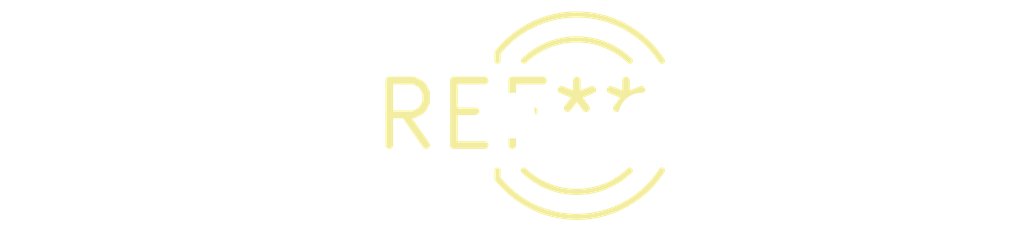
<source format=kicad_pcb>
(kicad_pcb (version 20240108) (generator pcbnew)
  (layers (0 "F.Cu" signal) (31 "B.Cu" signal) (34 "B.Paste" user) (35 "F.Paste" user) (36 "B.SilkS" user "B.Silkscreen") (37 "F.SilkS" user "F.Silkscreen") (38 "B.Mask" user) (39 "F.Mask" user) (44 "Edge.Cuts" user))
  (net 0 "")
  (footprint "LED_D3.0mm_FlatTop" (layer "F.Cu") (at 0 0)
    (property "Reference" "REF**")
    (property "Value" "LED_D3.0mm_FlatTop")
    (fp_line (start -0.29 -1.236) (end -0.29 -1.08) (layer "F.SilkS") (stroke (width 0.12)))
    (fp_line (start -0.29 1.08) (end -0.29 1.236) (layer "F.SilkS") (stroke (width 0.12)))
    (fp_arc (start -0.29 -1.235516) (mid 1.366487 -1.987659) (end 2.942335 -1.078608) (layer "F.SilkS") (stroke (width 0.12)))
    (fp_arc (start 0.229039 -1.08) (mid 1.270117 -1.5) (end 2.31113 -1.079837) (layer "F.SilkS") (stroke (width 0.12)))
    (fp_arc (start 2.31113 1.079837) (mid 1.270117 1.5) (end 0.229039 1.08) (layer "F.SilkS") (stroke (width 0.12)))
    (fp_arc (start 2.942335 1.078608) (mid 1.366487 1.987659) (end -0.29 1.235516) (layer "F.SilkS") (stroke (width 0.12)))
    (pad "1" thru_hole rect (at 0 0) (size 1.8 1.8) (drill 0.9) (layers *.Cu *.Mask) (remove_unused_layers))
    (pad "2" thru_hole circle (at 2.54 0) (size 1.8 1.8) (drill 0.9) (layers *.Cu *.Mask) (remove_unused_layers))
  )
)
</source>
